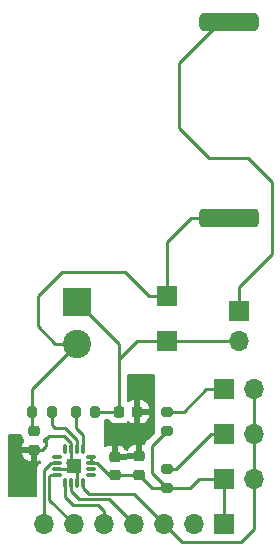
<source format=gbr>
%TF.GenerationSoftware,KiCad,Pcbnew,(6.0.7)*%
%TF.CreationDate,2022-11-28T20:00:56-08:00*%
%TF.ProjectId,max98357-amp,6d617839-3833-4353-972d-616d702e6b69,rev?*%
%TF.SameCoordinates,Original*%
%TF.FileFunction,Copper,L1,Top*%
%TF.FilePolarity,Positive*%
%FSLAX46Y46*%
G04 Gerber Fmt 4.6, Leading zero omitted, Abs format (unit mm)*
G04 Created by KiCad (PCBNEW (6.0.7)) date 2022-11-28 20:00:56*
%MOMM*%
%LPD*%
G01*
G04 APERTURE LIST*
G04 Aperture macros list*
%AMRoundRect*
0 Rectangle with rounded corners*
0 $1 Rounding radius*
0 $2 $3 $4 $5 $6 $7 $8 $9 X,Y pos of 4 corners*
0 Add a 4 corners polygon primitive as box body*
4,1,4,$2,$3,$4,$5,$6,$7,$8,$9,$2,$3,0*
0 Add four circle primitives for the rounded corners*
1,1,$1+$1,$2,$3*
1,1,$1+$1,$4,$5*
1,1,$1+$1,$6,$7*
1,1,$1+$1,$8,$9*
0 Add four rect primitives between the rounded corners*
20,1,$1+$1,$2,$3,$4,$5,0*
20,1,$1+$1,$4,$5,$6,$7,0*
20,1,$1+$1,$6,$7,$8,$9,0*
20,1,$1+$1,$8,$9,$2,$3,0*%
G04 Aperture macros list end*
%TA.AperFunction,ComponentPad*%
%ADD10R,1.700000X1.700000*%
%TD*%
%TA.AperFunction,ComponentPad*%
%ADD11O,1.700000X1.700000*%
%TD*%
%TA.AperFunction,SMDPad,CuDef*%
%ADD12RoundRect,0.225000X-0.225000X-0.250000X0.225000X-0.250000X0.225000X0.250000X-0.225000X0.250000X0*%
%TD*%
%TA.AperFunction,SMDPad,CuDef*%
%ADD13RoundRect,0.200000X0.275000X-0.200000X0.275000X0.200000X-0.275000X0.200000X-0.275000X-0.200000X0*%
%TD*%
%TA.AperFunction,SMDPad,CuDef*%
%ADD14RoundRect,0.225000X0.250000X-0.225000X0.250000X0.225000X-0.250000X0.225000X-0.250000X-0.225000X0*%
%TD*%
%TA.AperFunction,ComponentPad*%
%ADD15R,2.400000X2.400000*%
%TD*%
%TA.AperFunction,ComponentPad*%
%ADD16C,2.400000*%
%TD*%
%TA.AperFunction,SMDPad,CuDef*%
%ADD17RoundRect,0.400000X-2.100000X-0.400000X2.100000X-0.400000X2.100000X0.400000X-2.100000X0.400000X0*%
%TD*%
%TA.AperFunction,SMDPad,CuDef*%
%ADD18RoundRect,0.320000X-2.180000X-0.480000X2.180000X-0.480000X2.180000X0.480000X-2.180000X0.480000X0*%
%TD*%
%TA.AperFunction,SMDPad,CuDef*%
%ADD19RoundRect,0.075000X0.075000X-0.325000X0.075000X0.325000X-0.075000X0.325000X-0.075000X-0.325000X0*%
%TD*%
%TA.AperFunction,SMDPad,CuDef*%
%ADD20RoundRect,0.075000X0.325000X-0.075000X0.325000X0.075000X-0.325000X0.075000X-0.325000X-0.075000X0*%
%TD*%
%TA.AperFunction,SMDPad,CuDef*%
%ADD21R,1.230000X1.230000*%
%TD*%
%TA.AperFunction,SMDPad,CuDef*%
%ADD22RoundRect,0.200000X0.200000X0.275000X-0.200000X0.275000X-0.200000X-0.275000X0.200000X-0.275000X0*%
%TD*%
%TA.AperFunction,SMDPad,CuDef*%
%ADD23RoundRect,0.225000X-0.250000X0.225000X-0.250000X-0.225000X0.250000X-0.225000X0.250000X0.225000X0*%
%TD*%
%TA.AperFunction,SMDPad,CuDef*%
%ADD24RoundRect,0.200000X-0.200000X-0.275000X0.200000X-0.275000X0.200000X0.275000X-0.200000X0.275000X0*%
%TD*%
%TA.AperFunction,ViaPad*%
%ADD25C,0.800000*%
%TD*%
%TA.AperFunction,Conductor*%
%ADD26C,0.250000*%
%TD*%
G04 APERTURE END LIST*
D10*
%TO.P,J1,1,Pin_1*%
%TO.N,+3.3V*%
X146304000Y-119126000D03*
D11*
%TO.P,J1,2,Pin_2*%
%TO.N,GND*%
X143764000Y-119126000D03*
%TO.P,J1,3,Pin_3*%
%TO.N,/SD_MODE*%
X141224000Y-119126000D03*
%TO.P,J1,4,Pin_4*%
%TO.N,/GAIN*%
X138684000Y-119126000D03*
%TO.P,J1,5,Pin_5*%
%TO.N,/DIN*%
X136144000Y-119126000D03*
%TO.P,J1,6,Pin_6*%
%TO.N,/BCLK*%
X133604000Y-119126000D03*
%TO.P,J1,7,Pin_7*%
%TO.N,/LRCLK*%
X131064000Y-119126000D03*
%TD*%
D12*
%TO.P,C4,1*%
%TO.N,Net-(C4-Pad1)*%
X137414000Y-109601000D03*
%TO.P,C4,2*%
%TO.N,GND*%
X138964000Y-109601000D03*
%TD*%
D10*
%TO.P,J6,1,Pin_1*%
%TO.N,Net-(C4-Pad1)*%
X141478000Y-103632000D03*
%TD*%
D13*
%TO.P,R2,1*%
%TO.N,+3.3V*%
X141478000Y-111252000D03*
%TO.P,R2,2*%
%TO.N,Net-(J4-Pad1)*%
X141478000Y-109602000D03*
%TD*%
D14*
%TO.P,C1,1*%
%TO.N,+3.3V*%
X139065000Y-114935000D03*
%TO.P,C1,2*%
%TO.N,GND*%
X139065000Y-113385000D03*
%TD*%
D10*
%TO.P,J3,1,Pin_1*%
%TO.N,Net-(J3-Pad1)*%
X146304000Y-111506000D03*
D11*
%TO.P,J3,2,Pin_2*%
%TO.N,/SD_MODE*%
X148844000Y-111506000D03*
%TD*%
D15*
%TO.P,J7,1,Pin_1*%
%TO.N,Net-(C4-Pad1)*%
X133858000Y-100330000D03*
D16*
%TO.P,J7,2,Pin_2*%
%TO.N,Net-(C3-Pad1)*%
X133858000Y-103830000D03*
%TD*%
D13*
%TO.P,R1,1*%
%TO.N,+3.3V*%
X141478000Y-116078000D03*
%TO.P,R1,2*%
%TO.N,Net-(J3-Pad1)*%
X141478000Y-114428000D03*
%TD*%
D17*
%TO.P,S1,1,+*%
%TO.N,Net-(J8-Pad1)*%
X146674000Y-76632000D03*
D18*
%TO.P,S1,2,-*%
%TO.N,Net-(C3-Pad1)*%
X146674000Y-93232000D03*
%TD*%
D19*
%TO.P,U1,1,DIN*%
%TO.N,/DIN*%
X132811000Y-115595000D03*
%TO.P,U1,2,GAIN*%
%TO.N,/GAIN*%
X133311000Y-115595000D03*
%TO.P,U1,3,GND*%
%TO.N,GND*%
X133811000Y-115595000D03*
%TO.P,U1,4,~{SD_MODE}*%
%TO.N,/SD_MODE*%
X134341000Y-115595000D03*
D20*
%TO.P,U1,5*%
%TO.N,N/C*%
X135001000Y-114935000D03*
%TO.P,U1,6*%
X135001000Y-114435000D03*
%TO.P,U1,7,VDD*%
%TO.N,+3.3V*%
X135001000Y-113935000D03*
%TO.P,U1,8*%
X135001000Y-113405000D03*
D19*
%TO.P,U1,9,OUTP*%
%TO.N,Net-(FB1-Pad1)*%
X134341000Y-112745000D03*
%TO.P,U1,10,OUTN*%
%TO.N,Net-(FB2-Pad1)*%
X133811000Y-112745000D03*
%TO.P,U1,11*%
%TO.N,GND*%
X133311000Y-112745000D03*
%TO.P,U1,12*%
%TO.N,N/C*%
X132811000Y-112745000D03*
D20*
%TO.P,U1,13*%
X132151000Y-113405000D03*
%TO.P,U1,14,LRCLK*%
%TO.N,/LRCLK*%
X132151000Y-113935000D03*
%TO.P,U1,15*%
%TO.N,GND*%
X132151000Y-114435000D03*
%TO.P,U1,16,BCLK*%
%TO.N,/BCLK*%
X132151000Y-114935000D03*
D21*
%TO.P,U1,17*%
%TO.N,GND*%
X133576000Y-114170000D03*
%TD*%
D10*
%TO.P,J5,1,Pin_1*%
%TO.N,Net-(C3-Pad1)*%
X141478000Y-99822000D03*
%TD*%
D14*
%TO.P,C2,1*%
%TO.N,+3.3V*%
X137033000Y-114961000D03*
%TO.P,C2,2*%
%TO.N,GND*%
X137033000Y-113411000D03*
%TD*%
D22*
%TO.P,FB2,1*%
%TO.N,Net-(FB2-Pad1)*%
X131699000Y-109601000D03*
%TO.P,FB2,2*%
%TO.N,Net-(C3-Pad1)*%
X130049000Y-109601000D03*
%TD*%
D10*
%TO.P,J2,1,Pin_1*%
%TO.N,+3.3V*%
X146304000Y-115316000D03*
D11*
%TO.P,J2,2,Pin_2*%
%TO.N,/SD_MODE*%
X148844000Y-115316000D03*
%TD*%
D23*
%TO.P,C3,1*%
%TO.N,Net-(C3-Pad1)*%
X130175000Y-111252000D03*
%TO.P,C3,2*%
%TO.N,GND*%
X130175000Y-112802000D03*
%TD*%
D24*
%TO.P,FB1,1*%
%TO.N,Net-(FB1-Pad1)*%
X133731000Y-109601000D03*
%TO.P,FB1,2*%
%TO.N,Net-(C4-Pad1)*%
X135381000Y-109601000D03*
%TD*%
D10*
%TO.P,J8,1,Pin_1*%
%TO.N,Net-(J8-Pad1)*%
X147574000Y-101087000D03*
D11*
%TO.P,J8,2,Pin_2*%
%TO.N,Net-(C4-Pad1)*%
X147574000Y-103627000D03*
%TD*%
D10*
%TO.P,J4,1,Pin_1*%
%TO.N,Net-(J4-Pad1)*%
X146304000Y-107696000D03*
D11*
%TO.P,J4,2,Pin_2*%
%TO.N,/SD_MODE*%
X148844000Y-107696000D03*
%TD*%
D25*
%TO.N,GND*%
X129921000Y-115570000D03*
X133311000Y-113905000D03*
X139065000Y-111506000D03*
X136906000Y-111506000D03*
%TD*%
D26*
%TO.N,+3.3V*%
X135001000Y-113405000D02*
X135001000Y-113935000D01*
X140208000Y-116078000D02*
X141478000Y-116078000D01*
X146304000Y-115316000D02*
X146304000Y-119126000D01*
X143383000Y-116078000D02*
X144145000Y-115316000D01*
X139065000Y-114935000D02*
X140208000Y-116078000D01*
X141478000Y-116078000D02*
X143383000Y-116078000D01*
X137033000Y-114961000D02*
X139039000Y-114961000D01*
X136551000Y-114961000D02*
X137033000Y-114961000D01*
X135525000Y-113935000D02*
X136551000Y-114961000D01*
X144145000Y-115316000D02*
X146304000Y-115316000D01*
X140208000Y-112522000D02*
X140208000Y-114808000D01*
X135001000Y-113935000D02*
X135525000Y-113935000D01*
X140208000Y-114808000D02*
X141478000Y-116078000D01*
X141478000Y-111252000D02*
X140208000Y-112522000D01*
%TO.N,GND*%
X130911000Y-112802000D02*
X130175000Y-112802000D01*
X131445000Y-111633000D02*
X131191000Y-111887000D01*
X133311000Y-112745000D02*
X133311000Y-112229000D01*
X133311000Y-112745000D02*
X133311000Y-113905000D01*
X133811000Y-115595000D02*
X133811000Y-114405000D01*
X133311000Y-112229000D02*
X132715000Y-111633000D01*
X131191000Y-111887000D02*
X131191000Y-112522000D01*
X132715000Y-111633000D02*
X131445000Y-111633000D01*
X132151000Y-114435000D02*
X133311000Y-114435000D01*
X131191000Y-112522000D02*
X130911000Y-112802000D01*
%TO.N,Net-(C3-Pad1)*%
X130049000Y-107639000D02*
X133858000Y-103830000D01*
X137922000Y-97790000D02*
X132588000Y-97790000D01*
X132024000Y-103830000D02*
X133858000Y-103830000D01*
X132588000Y-97790000D02*
X130556000Y-99822000D01*
X141478000Y-99822000D02*
X139954000Y-99822000D01*
X130049000Y-109601000D02*
X130049000Y-107639000D01*
X143510000Y-93218000D02*
X146660000Y-93218000D01*
X139954000Y-99822000D02*
X137922000Y-97790000D01*
X130556000Y-102362000D02*
X132024000Y-103830000D01*
X141478000Y-99822000D02*
X141478000Y-95250000D01*
X130049000Y-109601000D02*
X130049000Y-111126000D01*
X130556000Y-99822000D02*
X130556000Y-102362000D01*
X141478000Y-95250000D02*
X143510000Y-93218000D01*
%TO.N,Net-(C4-Pad1)*%
X137414000Y-105156000D02*
X138938000Y-103632000D01*
X137414000Y-103886000D02*
X137414000Y-109601000D01*
X135381000Y-109601000D02*
X137414000Y-109601000D01*
X133858000Y-100330000D02*
X137414000Y-103886000D01*
X141478000Y-103632000D02*
X147569000Y-103632000D01*
X138938000Y-103632000D02*
X141478000Y-103632000D01*
X137414000Y-109601000D02*
X137414000Y-105156000D01*
%TO.N,Net-(FB1-Pad1)*%
X134341000Y-111608000D02*
X134341000Y-112745000D01*
X133731000Y-110998000D02*
X134341000Y-111608000D01*
X133731000Y-109601000D02*
X133731000Y-110998000D01*
%TO.N,Net-(FB2-Pad1)*%
X131953000Y-110998000D02*
X131699000Y-110744000D01*
X133811000Y-111967000D02*
X132842000Y-110998000D01*
X131699000Y-110744000D02*
X131699000Y-109601000D01*
X132842000Y-110998000D02*
X131953000Y-110998000D01*
X133811000Y-112745000D02*
X133811000Y-111967000D01*
%TO.N,/SD_MODE*%
X148844000Y-119507000D02*
X148844000Y-115316000D01*
X138673000Y-116575000D02*
X141224000Y-119126000D01*
X141224000Y-119126000D02*
X142748000Y-120650000D01*
X148844000Y-115316000D02*
X148844000Y-111506000D01*
X134341000Y-115595000D02*
X134341000Y-116053000D01*
X134863000Y-116575000D02*
X138673000Y-116575000D01*
X134341000Y-116053000D02*
X134863000Y-116575000D01*
X147701000Y-120650000D02*
X148844000Y-119507000D01*
X148844000Y-111506000D02*
X148844000Y-107696000D01*
X142748000Y-120650000D02*
X147701000Y-120650000D01*
%TO.N,/GAIN*%
X133311000Y-116351000D02*
X133985000Y-117025000D01*
X133985000Y-117025000D02*
X136583000Y-117025000D01*
X133311000Y-115595000D02*
X133311000Y-116351000D01*
X136583000Y-117025000D02*
X138684000Y-119126000D01*
%TO.N,/DIN*%
X136144000Y-117983000D02*
X136144000Y-119126000D01*
X133477000Y-117475000D02*
X135636000Y-117475000D01*
X132811000Y-116809000D02*
X133477000Y-117475000D01*
X135636000Y-117475000D02*
X136144000Y-117983000D01*
X132811000Y-115595000D02*
X132811000Y-116809000D01*
%TO.N,/BCLK*%
X131641000Y-114935000D02*
X132151000Y-114935000D01*
X131514000Y-115062000D02*
X131641000Y-114935000D01*
X133604000Y-119126000D02*
X131514000Y-117036000D01*
X131514000Y-117036000D02*
X131514000Y-115062000D01*
%TO.N,/LRCLK*%
X131064000Y-119126000D02*
X131064000Y-114556315D01*
X131064000Y-114556315D02*
X131685315Y-113935000D01*
X131685315Y-113935000D02*
X132151000Y-113935000D01*
%TO.N,Net-(J3-Pad1)*%
X141478000Y-114428000D02*
X142239000Y-114428000D01*
X142239000Y-114428000D02*
X145161000Y-111506000D01*
X145161000Y-111506000D02*
X146304000Y-111506000D01*
%TO.N,Net-(J4-Pad1)*%
X144780000Y-107696000D02*
X146304000Y-107696000D01*
X141478000Y-109602000D02*
X142874000Y-109602000D01*
X142874000Y-109602000D02*
X144780000Y-107696000D01*
%TO.N,Net-(J8-Pad1)*%
X147574000Y-101087000D02*
X147574000Y-99060000D01*
X142494000Y-80112000D02*
X145974000Y-76632000D01*
X150368000Y-90170000D02*
X148336000Y-88138000D01*
X145034000Y-88138000D02*
X142494000Y-85598000D01*
X142494000Y-85598000D02*
X142494000Y-80112000D01*
X150368000Y-96266000D02*
X150368000Y-90170000D01*
X147574000Y-99060000D02*
X150368000Y-96266000D01*
X148336000Y-88138000D02*
X145034000Y-88138000D01*
%TD*%
%TA.AperFunction,Conductor*%
%TO.N,GND*%
G36*
X140404121Y-106446002D02*
G01*
X140450614Y-106499658D01*
X140462000Y-106552000D01*
X140462000Y-111319905D01*
X140441998Y-111388026D01*
X140425095Y-111409000D01*
X139815747Y-112018348D01*
X139807461Y-112025888D01*
X139800982Y-112030000D01*
X139795557Y-112035777D01*
X139754357Y-112079651D01*
X139751602Y-112082493D01*
X139731865Y-112102230D01*
X139729385Y-112105427D01*
X139721682Y-112114447D01*
X139691414Y-112146679D01*
X139687595Y-112153625D01*
X139687593Y-112153628D01*
X139681652Y-112164434D01*
X139670801Y-112180953D01*
X139658386Y-112196959D01*
X139655241Y-112204228D01*
X139655238Y-112204232D01*
X139640826Y-112237537D01*
X139635609Y-112248187D01*
X139614305Y-112286940D01*
X139612334Y-112294615D01*
X139612334Y-112294616D01*
X139609267Y-112306562D01*
X139602863Y-112325266D01*
X139594819Y-112343855D01*
X139594140Y-112348140D01*
X139556787Y-112406630D01*
X139492290Y-112436307D01*
X139461161Y-112436985D01*
X139366903Y-112427328D01*
X139360486Y-112427000D01*
X139337115Y-112427000D01*
X139321876Y-112431475D01*
X139320671Y-112432865D01*
X139319000Y-112440548D01*
X139319000Y-113513000D01*
X139298998Y-113581121D01*
X139245342Y-113627614D01*
X139193000Y-113639000D01*
X138100115Y-113639000D01*
X138056996Y-113651661D01*
X138044184Y-113659895D01*
X138008682Y-113665000D01*
X136905000Y-113665000D01*
X136836879Y-113644998D01*
X136790386Y-113591342D01*
X136779000Y-113539000D01*
X136779000Y-113138885D01*
X137287000Y-113138885D01*
X137291475Y-113154124D01*
X137292865Y-113155329D01*
X137300548Y-113157000D01*
X137997885Y-113157000D01*
X138041004Y-113144339D01*
X138053816Y-113136105D01*
X138089318Y-113131000D01*
X138792885Y-113131000D01*
X138808124Y-113126525D01*
X138809329Y-113125135D01*
X138811000Y-113117452D01*
X138811000Y-112445115D01*
X138806525Y-112429876D01*
X138805135Y-112428671D01*
X138797452Y-112427000D01*
X138769562Y-112427000D01*
X138763047Y-112427337D01*
X138670943Y-112436894D01*
X138657544Y-112439788D01*
X138508893Y-112489381D01*
X138495714Y-112495555D01*
X138362827Y-112577788D01*
X138351426Y-112586824D01*
X138241014Y-112697429D01*
X138232002Y-112708840D01*
X138148300Y-112844631D01*
X138095528Y-112892124D01*
X138025457Y-112903548D01*
X137960333Y-112875274D01*
X137933896Y-112844818D01*
X137865212Y-112733827D01*
X137856176Y-112722426D01*
X137745571Y-112612014D01*
X137734160Y-112603002D01*
X137601120Y-112520996D01*
X137587939Y-112514849D01*
X137439186Y-112465509D01*
X137425810Y-112462642D01*
X137334903Y-112453328D01*
X137328486Y-112453000D01*
X137305115Y-112453000D01*
X137289876Y-112457475D01*
X137288671Y-112458865D01*
X137287000Y-112466548D01*
X137287000Y-113138885D01*
X136779000Y-113138885D01*
X136779000Y-112471115D01*
X136774525Y-112455876D01*
X136773135Y-112454671D01*
X136765452Y-112453000D01*
X136737562Y-112453000D01*
X136731047Y-112453337D01*
X136638943Y-112462894D01*
X136625544Y-112465788D01*
X136476893Y-112515381D01*
X136463714Y-112521555D01*
X136336303Y-112600399D01*
X136267851Y-112619237D01*
X136200081Y-112598076D01*
X136154510Y-112543635D01*
X136144000Y-112493255D01*
X136144000Y-110360500D01*
X136164002Y-110292379D01*
X136217658Y-110245886D01*
X136270000Y-110234500D01*
X136493501Y-110234500D01*
X136561622Y-110254502D01*
X136600644Y-110294195D01*
X136606395Y-110303488D01*
X136606399Y-110303493D01*
X136610248Y-110309713D01*
X136731298Y-110430552D01*
X136737528Y-110434392D01*
X136737529Y-110434393D01*
X136869020Y-110515445D01*
X136876899Y-110520302D01*
X137039243Y-110574149D01*
X137046080Y-110574849D01*
X137046082Y-110574850D01*
X137087401Y-110579083D01*
X137140268Y-110584500D01*
X137687732Y-110584500D01*
X137690978Y-110584163D01*
X137690982Y-110584163D01*
X137725083Y-110580625D01*
X137790019Y-110573887D01*
X137824737Y-110562304D01*
X137945324Y-110522073D01*
X137945326Y-110522072D01*
X137952268Y-110519756D01*
X138097713Y-110429752D01*
X138102886Y-110424570D01*
X138108623Y-110420023D01*
X138110055Y-110421830D01*
X138162575Y-110393098D01*
X138233395Y-110398108D01*
X138269853Y-110421499D01*
X138270683Y-110420448D01*
X138287840Y-110433998D01*
X138420880Y-110516004D01*
X138434061Y-110522151D01*
X138582814Y-110571491D01*
X138596190Y-110574358D01*
X138687097Y-110583672D01*
X138692126Y-110583929D01*
X138707124Y-110579525D01*
X138708329Y-110578135D01*
X138710000Y-110570452D01*
X138710000Y-110565885D01*
X139218000Y-110565885D01*
X139222475Y-110581124D01*
X139223865Y-110582329D01*
X139231548Y-110584000D01*
X139234438Y-110584000D01*
X139240953Y-110583663D01*
X139333057Y-110574106D01*
X139346456Y-110571212D01*
X139495107Y-110521619D01*
X139508286Y-110515445D01*
X139641173Y-110433212D01*
X139652574Y-110424176D01*
X139762986Y-110313571D01*
X139771998Y-110302160D01*
X139854004Y-110169120D01*
X139860151Y-110155939D01*
X139909491Y-110007186D01*
X139912358Y-109993810D01*
X139921672Y-109902903D01*
X139922000Y-109896487D01*
X139922000Y-109873115D01*
X139917525Y-109857876D01*
X139916135Y-109856671D01*
X139908452Y-109855000D01*
X139236115Y-109855000D01*
X139220876Y-109859475D01*
X139219671Y-109860865D01*
X139218000Y-109868548D01*
X139218000Y-110565885D01*
X138710000Y-110565885D01*
X138710000Y-109328885D01*
X139218000Y-109328885D01*
X139222475Y-109344124D01*
X139223865Y-109345329D01*
X139231548Y-109347000D01*
X139903885Y-109347000D01*
X139919124Y-109342525D01*
X139920329Y-109341135D01*
X139922000Y-109333452D01*
X139922000Y-109305562D01*
X139921663Y-109299047D01*
X139912106Y-109206943D01*
X139909212Y-109193544D01*
X139859619Y-109044893D01*
X139853445Y-109031714D01*
X139771212Y-108898827D01*
X139762176Y-108887426D01*
X139651571Y-108777014D01*
X139640160Y-108768002D01*
X139507120Y-108685996D01*
X139493939Y-108679849D01*
X139345186Y-108630509D01*
X139331810Y-108627642D01*
X139240903Y-108618328D01*
X139235874Y-108618071D01*
X139220876Y-108622475D01*
X139219671Y-108623865D01*
X139218000Y-108631548D01*
X139218000Y-109328885D01*
X138710000Y-109328885D01*
X138710000Y-108636115D01*
X138705525Y-108620876D01*
X138704135Y-108619671D01*
X138696452Y-108618000D01*
X138693562Y-108618000D01*
X138687047Y-108618337D01*
X138594943Y-108627894D01*
X138581544Y-108630788D01*
X138432893Y-108680381D01*
X138419714Y-108686555D01*
X138286827Y-108768788D01*
X138269689Y-108782371D01*
X138268159Y-108780441D01*
X138216120Y-108808903D01*
X138145301Y-108803887D01*
X138108382Y-108780201D01*
X138107627Y-108781156D01*
X138101881Y-108776618D01*
X138096702Y-108771448D01*
X138094330Y-108769986D01*
X138054345Y-108713588D01*
X138047500Y-108672624D01*
X138047500Y-106552000D01*
X138067502Y-106483879D01*
X138121158Y-106437386D01*
X138173500Y-106426000D01*
X140336000Y-106426000D01*
X140404121Y-106446002D01*
G37*
%TD.AperFunction*%
%TD*%
%TA.AperFunction,Conductor*%
%TO.N,GND*%
G36*
X129143971Y-111526002D02*
G01*
X129190464Y-111579658D01*
X129199932Y-111614426D01*
X129199946Y-111614423D01*
X129200004Y-111614691D01*
X129201177Y-111618999D01*
X129202113Y-111628019D01*
X129204295Y-111634559D01*
X129250807Y-111773970D01*
X129256244Y-111790268D01*
X129346248Y-111935713D01*
X129351430Y-111940886D01*
X129355977Y-111946623D01*
X129354170Y-111948055D01*
X129382902Y-112000575D01*
X129377892Y-112071395D01*
X129354501Y-112107853D01*
X129355552Y-112108683D01*
X129342002Y-112125840D01*
X129259996Y-112258880D01*
X129253849Y-112272061D01*
X129204509Y-112420814D01*
X129201642Y-112434190D01*
X129192328Y-112525097D01*
X129192071Y-112530126D01*
X129196475Y-112545124D01*
X129197865Y-112546329D01*
X129205548Y-112548000D01*
X130303000Y-112548000D01*
X130371121Y-112568002D01*
X130417614Y-112621658D01*
X130429000Y-112674000D01*
X130429000Y-113741885D01*
X130433475Y-113757124D01*
X130434865Y-113758329D01*
X130442548Y-113760000D01*
X130470438Y-113760000D01*
X130476953Y-113759663D01*
X130569057Y-113750106D01*
X130582459Y-113747211D01*
X130668221Y-113718600D01*
X130739171Y-113716016D01*
X130800254Y-113752200D01*
X130832078Y-113815665D01*
X130824539Y-113886260D01*
X130797193Y-113927218D01*
X130676166Y-114048244D01*
X130671742Y-114052668D01*
X130663463Y-114060202D01*
X130656982Y-114064315D01*
X130610357Y-114113966D01*
X130607602Y-114116808D01*
X130587865Y-114136545D01*
X130585385Y-114139742D01*
X130577682Y-114148762D01*
X130547414Y-114180994D01*
X130543595Y-114187940D01*
X130543593Y-114187943D01*
X130537652Y-114198749D01*
X130526801Y-114215268D01*
X130514386Y-114231274D01*
X130511241Y-114238543D01*
X130511238Y-114238547D01*
X130496826Y-114271852D01*
X130491609Y-114282502D01*
X130470305Y-114321255D01*
X130468334Y-114328930D01*
X130468334Y-114328931D01*
X130465267Y-114340877D01*
X130458863Y-114359581D01*
X130450819Y-114378170D01*
X130449580Y-114385993D01*
X130449577Y-114386003D01*
X130443901Y-114421839D01*
X130441495Y-114433459D01*
X130438829Y-114443843D01*
X130430500Y-114476285D01*
X130430500Y-114496539D01*
X130428949Y-114516249D01*
X130425780Y-114536258D01*
X130426526Y-114544150D01*
X130429941Y-114580276D01*
X130430500Y-114592134D01*
X130430500Y-116714000D01*
X130410498Y-116782121D01*
X130356842Y-116828614D01*
X130304500Y-116840000D01*
X128142000Y-116840000D01*
X128073879Y-116819998D01*
X128027386Y-116766342D01*
X128016000Y-116714000D01*
X128016000Y-113072438D01*
X129192000Y-113072438D01*
X129192337Y-113078953D01*
X129201894Y-113171057D01*
X129204788Y-113184456D01*
X129254381Y-113333107D01*
X129260555Y-113346286D01*
X129342788Y-113479173D01*
X129351824Y-113490574D01*
X129462429Y-113600986D01*
X129473840Y-113609998D01*
X129606880Y-113692004D01*
X129620061Y-113698151D01*
X129768814Y-113747491D01*
X129782190Y-113750358D01*
X129873097Y-113759672D01*
X129879513Y-113760000D01*
X129902885Y-113760000D01*
X129918124Y-113755525D01*
X129919329Y-113754135D01*
X129921000Y-113746452D01*
X129921000Y-113074115D01*
X129916525Y-113058876D01*
X129915135Y-113057671D01*
X129907452Y-113056000D01*
X129210115Y-113056000D01*
X129194876Y-113060475D01*
X129193671Y-113061865D01*
X129192000Y-113069548D01*
X129192000Y-113072438D01*
X128016000Y-113072438D01*
X128016000Y-111632000D01*
X128036002Y-111563879D01*
X128089658Y-111517386D01*
X128142000Y-111506000D01*
X129075850Y-111506000D01*
X129143971Y-111526002D01*
G37*
%TD.AperFunction*%
%TA.AperFunction,Conductor*%
G36*
X131272708Y-111773970D02*
G01*
X131312207Y-111832964D01*
X131318000Y-111870729D01*
X131318000Y-112183995D01*
X131297998Y-112252116D01*
X131244342Y-112298609D01*
X131174068Y-112308713D01*
X131109488Y-112279219D01*
X131084856Y-112250298D01*
X131007212Y-112124827D01*
X130993629Y-112107689D01*
X130995559Y-112106159D01*
X130967097Y-112054120D01*
X130972113Y-111983301D01*
X130995799Y-111946383D01*
X130994843Y-111945628D01*
X130999381Y-111939882D01*
X131004552Y-111934702D01*
X131084741Y-111804613D01*
X131137512Y-111757120D01*
X131207584Y-111745696D01*
X131272708Y-111773970D01*
G37*
%TD.AperFunction*%
%TD*%
M02*

</source>
